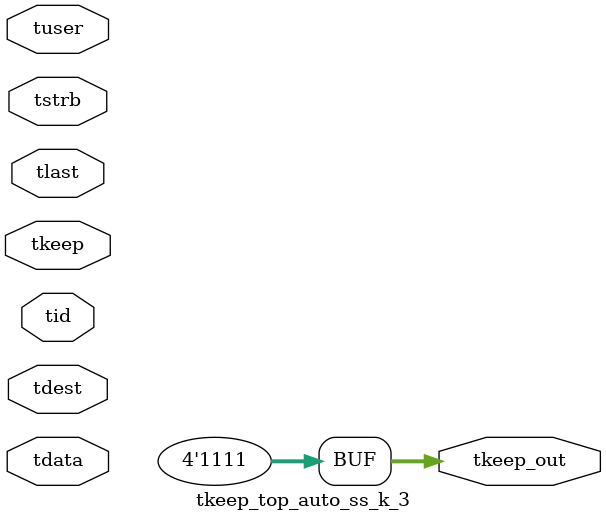
<source format=v>


`timescale 1ps/1ps

module tkeep_top_auto_ss_k_3 #
(
parameter C_S_AXIS_TDATA_WIDTH = 32,
parameter C_S_AXIS_TUSER_WIDTH = 0,
parameter C_S_AXIS_TID_WIDTH   = 0,
parameter C_S_AXIS_TDEST_WIDTH = 0,
parameter C_M_AXIS_TDATA_WIDTH = 32
)
(
input  [(C_S_AXIS_TDATA_WIDTH == 0 ? 1 : C_S_AXIS_TDATA_WIDTH)-1:0     ] tdata,
input  [(C_S_AXIS_TUSER_WIDTH == 0 ? 1 : C_S_AXIS_TUSER_WIDTH)-1:0     ] tuser,
input  [(C_S_AXIS_TID_WIDTH   == 0 ? 1 : C_S_AXIS_TID_WIDTH)-1:0       ] tid,
input  [(C_S_AXIS_TDEST_WIDTH == 0 ? 1 : C_S_AXIS_TDEST_WIDTH)-1:0     ] tdest,
input  [(C_S_AXIS_TDATA_WIDTH/8)-1:0 ] tkeep,
input  [(C_S_AXIS_TDATA_WIDTH/8)-1:0 ] tstrb,
input                                                                    tlast,
output [(C_M_AXIS_TDATA_WIDTH/8)-1:0 ] tkeep_out
);

assign tkeep_out = {4'b1111};

endmodule


</source>
